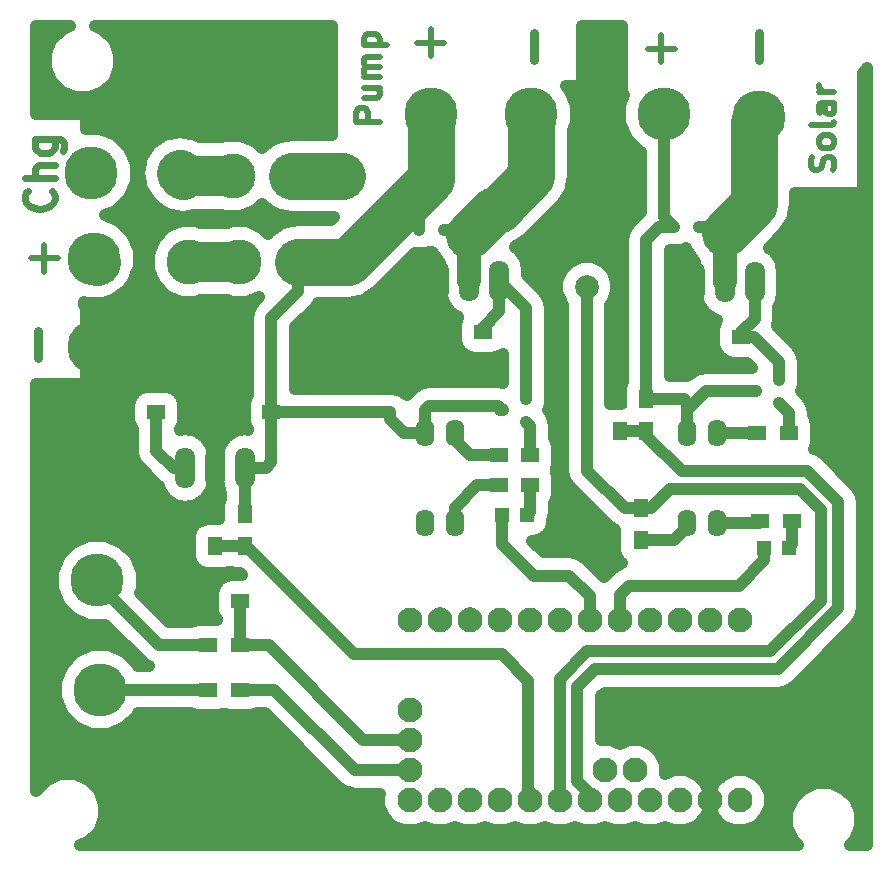
<source format=gbr>
G04 #@! TF.FileFunction,Copper,L1,Top,Signal*
%FSLAX46Y46*%
G04 Gerber Fmt 4.6, Leading zero omitted, Abs format (unit mm)*
G04 Created by KiCad (PCBNEW 4.0.6) date Tuesday, 04 April 2023 'PMt' 16:51:39*
%MOMM*%
%LPD*%
G01*
G04 APERTURE LIST*
%ADD10C,0.100000*%
%ADD11C,0.500000*%
%ADD12C,0.750000*%
%ADD13C,0.625000*%
%ADD14R,1.500000X1.250000*%
%ADD15R,1.198880X1.198880*%
%ADD16R,0.800000X0.900000*%
%ADD17C,3.800000*%
%ADD18R,3.000000X3.500000*%
%ADD19O,1.600000X2.300000*%
%ADD20R,0.900000X0.800000*%
%ADD21R,1.300000X1.500000*%
%ADD22R,1.500000X1.300000*%
%ADD23C,1.998980*%
%ADD24C,2.100000*%
%ADD25O,1.699260X3.500120*%
%ADD26C,4.500880*%
%ADD27C,1.000000*%
%ADD28C,4.000000*%
%ADD29C,2.000000*%
G04 APERTURE END LIST*
D10*
D11*
X53357143Y69035714D02*
X55642857Y69035714D01*
X54500000Y67892857D02*
X54500000Y70178571D01*
X33857143Y69535714D02*
X36142857Y69535714D01*
X35000000Y68392857D02*
X35000000Y70678571D01*
D12*
X43714286Y68107143D02*
X43714286Y70392857D01*
X62785714Y70392857D02*
X62785714Y68107143D01*
D11*
X69059524Y58726190D02*
X69154762Y59011905D01*
X69154762Y59488095D01*
X69059524Y59678571D01*
X68964286Y59773809D01*
X68773810Y59869048D01*
X68583333Y59869048D01*
X68392857Y59773809D01*
X68297619Y59678571D01*
X68202381Y59488095D01*
X68107143Y59107143D01*
X68011905Y58916667D01*
X67916667Y58821428D01*
X67726190Y58726190D01*
X67535714Y58726190D01*
X67345238Y58821428D01*
X67250000Y58916667D01*
X67154762Y59107143D01*
X67154762Y59583333D01*
X67250000Y59869048D01*
X69154762Y61011905D02*
X69059524Y60821429D01*
X68964286Y60726190D01*
X68773810Y60630952D01*
X68202381Y60630952D01*
X68011905Y60726190D01*
X67916667Y60821429D01*
X67821429Y61011905D01*
X67821429Y61297619D01*
X67916667Y61488095D01*
X68011905Y61583333D01*
X68202381Y61678571D01*
X68773810Y61678571D01*
X68964286Y61583333D01*
X69059524Y61488095D01*
X69154762Y61297619D01*
X69154762Y61011905D01*
X69154762Y62821429D02*
X69059524Y62630953D01*
X68869048Y62535714D01*
X67154762Y62535714D01*
X69154762Y64440476D02*
X68107143Y64440476D01*
X67916667Y64345238D01*
X67821429Y64154762D01*
X67821429Y63773810D01*
X67916667Y63583333D01*
X69059524Y64440476D02*
X69154762Y64250000D01*
X69154762Y63773810D01*
X69059524Y63583333D01*
X68869048Y63488095D01*
X68678571Y63488095D01*
X68488095Y63583333D01*
X68392857Y63773810D01*
X68392857Y64250000D01*
X68297619Y64440476D01*
X69154762Y65392857D02*
X67821429Y65392857D01*
X68202381Y65392857D02*
X68011905Y65488096D01*
X67916667Y65583334D01*
X67821429Y65773810D01*
X67821429Y65964286D01*
X30654762Y62833333D02*
X28654762Y62833333D01*
X28654762Y63595238D01*
X28750000Y63785714D01*
X28845238Y63880953D01*
X29035714Y63976191D01*
X29321429Y63976191D01*
X29511905Y63880953D01*
X29607143Y63785714D01*
X29702381Y63595238D01*
X29702381Y62833333D01*
X29321429Y65690476D02*
X30654762Y65690476D01*
X29321429Y64833333D02*
X30369048Y64833333D01*
X30559524Y64928572D01*
X30654762Y65119048D01*
X30654762Y65404762D01*
X30559524Y65595238D01*
X30464286Y65690476D01*
X30654762Y66642857D02*
X29321429Y66642857D01*
X29511905Y66642857D02*
X29416667Y66738096D01*
X29321429Y66928572D01*
X29321429Y67214286D01*
X29416667Y67404762D01*
X29607143Y67500000D01*
X30654762Y67500000D01*
X29607143Y67500000D02*
X29416667Y67595238D01*
X29321429Y67785715D01*
X29321429Y68071429D01*
X29416667Y68261905D01*
X29607143Y68357143D01*
X30654762Y68357143D01*
X29321429Y69309524D02*
X31321429Y69309524D01*
X29416667Y69309524D02*
X29321429Y69500001D01*
X29321429Y69880953D01*
X29416667Y70071429D01*
X29511905Y70166667D01*
X29702381Y70261905D01*
X30273810Y70261905D01*
X30464286Y70166667D01*
X30559524Y70071429D01*
X30654762Y69880953D01*
X30654762Y69500001D01*
X30559524Y69309524D01*
D13*
X2892857Y57011905D02*
X3011905Y56892857D01*
X3130952Y56535714D01*
X3130952Y56297619D01*
X3011905Y55940476D01*
X2773810Y55702381D01*
X2535714Y55583333D01*
X2059524Y55464285D01*
X1702381Y55464285D01*
X1226190Y55583333D01*
X988095Y55702381D01*
X750000Y55940476D01*
X630952Y56297619D01*
X630952Y56535714D01*
X750000Y56892857D01*
X869048Y57011905D01*
X3130952Y58083333D02*
X630952Y58083333D01*
X3130952Y59154762D02*
X1821429Y59154762D01*
X1583333Y59035714D01*
X1464286Y58797619D01*
X1464286Y58440476D01*
X1583333Y58202381D01*
X1702381Y58083333D01*
X1464286Y61416667D02*
X3488095Y61416667D01*
X3726190Y61297619D01*
X3845238Y61178571D01*
X3964286Y60940476D01*
X3964286Y60583333D01*
X3845238Y60345238D01*
X3011905Y61416667D02*
X3130952Y61178571D01*
X3130952Y60702381D01*
X3011905Y60464286D01*
X2892857Y60345238D01*
X2654762Y60226190D01*
X1940476Y60226190D01*
X1702381Y60345238D01*
X1583333Y60464286D01*
X1464286Y60702381D01*
X1464286Y61178571D01*
X1583333Y61416667D01*
D11*
X1107143Y51285714D02*
X3392857Y51285714D01*
X2250000Y50142857D02*
X2250000Y52428571D01*
D12*
X1714286Y42857143D02*
X1714286Y45142857D01*
D14*
X21500000Y38250000D03*
X19000000Y38250000D03*
X11750000Y38250000D03*
X14250000Y38250000D03*
D15*
X41030980Y29510000D03*
X43129020Y29510000D03*
D16*
X36119600Y53665400D03*
X34019600Y53665400D03*
D15*
X63200980Y26750000D03*
X65299020Y26750000D03*
D16*
X57684200Y53944800D03*
X55584200Y53944800D03*
D17*
X14000000Y58250000D03*
X18250000Y58250000D03*
X23250000Y58250000D03*
X27500000Y58250000D03*
D18*
X25400000Y58250000D03*
X16100000Y58250000D03*
D17*
X14500000Y51000000D03*
X18750000Y51000000D03*
X23750000Y51000000D03*
X28000000Y51000000D03*
D18*
X25900000Y51000000D03*
X16600000Y51000000D03*
D19*
X34460000Y28875000D03*
X37000000Y28875000D03*
X37000000Y36495000D03*
X34460000Y36495000D03*
X56685000Y28875000D03*
X59225000Y28875000D03*
X59225000Y36495000D03*
X56685000Y36495000D03*
D20*
X43080000Y37450000D03*
X43080000Y39350000D03*
X41080000Y38400000D03*
X64500000Y39050000D03*
X64500000Y40950000D03*
X62500000Y40000000D03*
D21*
X19250000Y26900000D03*
X19250000Y29600000D03*
X16750000Y29600000D03*
X16750000Y26900000D03*
X53250000Y36650000D03*
X53250000Y39350000D03*
X51000000Y39350000D03*
X51000000Y36650000D03*
D22*
X40730000Y32050000D03*
X43430000Y32050000D03*
D21*
X52750000Y30100000D03*
X52750000Y27400000D03*
D22*
X40730000Y34590000D03*
X43430000Y34590000D03*
X39416800Y45054800D03*
X36716800Y45054800D03*
X62900000Y29000000D03*
X65600000Y29000000D03*
X62650000Y36500000D03*
X65350000Y36500000D03*
X61286200Y44623000D03*
X58586200Y44623000D03*
D23*
X48201400Y48880040D03*
X48201400Y53881300D03*
D24*
X50970000Y5380000D03*
X56050000Y5380000D03*
X56050000Y20620000D03*
X48430000Y20620000D03*
X45890000Y20620000D03*
X43350000Y20620000D03*
X61130000Y5380000D03*
X58590000Y5380000D03*
X53510000Y5380000D03*
X48430000Y5380000D03*
X45890000Y5380000D03*
X43350000Y5380000D03*
X40810000Y5380000D03*
X38270000Y5380000D03*
X35730000Y5380000D03*
X33190000Y5380000D03*
X61130000Y20620000D03*
X58590000Y20620000D03*
X50970000Y20620000D03*
X40810000Y20620000D03*
X38270000Y20620000D03*
X35730000Y20620000D03*
X33190000Y20620000D03*
X33190000Y7920000D03*
X33190000Y10460000D03*
X33190000Y13000000D03*
X52240000Y7920000D03*
X49700000Y7920000D03*
X53510000Y20620000D03*
D25*
X38244600Y49372800D03*
X40784600Y49372800D03*
X35704600Y49372800D03*
X59860000Y49245800D03*
X62400000Y49245800D03*
X57320000Y49245800D03*
X16750000Y33500000D03*
X19290000Y33500000D03*
X14210000Y33500000D03*
D26*
X35000000Y63500000D03*
X43500000Y63500000D03*
X7000000Y14750000D03*
X6750000Y24000000D03*
X6250000Y58500000D03*
X6500000Y51250000D03*
X6500000Y43750000D03*
X54750000Y63500000D03*
X62750000Y63250000D03*
D22*
X18850000Y18500000D03*
X16150000Y18500000D03*
X16150000Y22250000D03*
X18850000Y22250000D03*
X18850000Y14750000D03*
X16150000Y14750000D03*
D27*
X35730000Y20620000D02*
X35730000Y21270000D01*
X38270000Y20620000D02*
X38270000Y21230000D01*
D28*
X35000000Y63500000D02*
X35000000Y58000000D01*
D27*
X25900000Y51000000D02*
X23750000Y51000000D01*
X35000000Y58000000D02*
X34019600Y57019600D01*
X34019600Y57019600D02*
X34019600Y53665400D01*
X23750000Y51000000D02*
X23750000Y48500000D01*
X21500000Y46250000D02*
X21500000Y38250000D01*
X23750000Y48500000D02*
X21500000Y46250000D01*
D28*
X28000000Y51000000D02*
X23750000Y51000000D01*
X35000000Y58000000D02*
X28000000Y51000000D01*
D27*
X19250000Y29600000D02*
X19250000Y33460000D01*
X19250000Y33460000D02*
X19290000Y33500000D01*
X21500000Y38250000D02*
X31539000Y38250000D01*
X31539000Y37638000D02*
X31539000Y38250000D01*
X32682000Y36495000D02*
X31539000Y37638000D01*
X34460000Y36495000D02*
X32682000Y36495000D01*
X21500000Y38250000D02*
X21500000Y34000000D01*
X21500000Y34000000D02*
X21000000Y33500000D01*
X21000000Y33500000D02*
X19290000Y33500000D01*
X34460000Y36495000D02*
X34460000Y38400000D01*
X40675002Y38804998D02*
X41080000Y38400000D01*
X34864998Y38804998D02*
X40675002Y38804998D01*
X34460000Y38400000D02*
X34864998Y38804998D01*
X41080000Y38400000D02*
X40810000Y38400000D01*
X41030980Y29510000D02*
X41030980Y27104620D01*
X48430000Y22652000D02*
X48430000Y20620000D01*
X46702800Y24379200D02*
X48430000Y22652000D01*
X43756400Y24379200D02*
X46702800Y24379200D01*
X41030980Y27104620D02*
X43756400Y24379200D01*
X43430000Y32050000D02*
X43430000Y29810980D01*
X43430000Y29810980D02*
X43129020Y29510000D01*
D28*
X40349000Y55388800D02*
X40638800Y55388800D01*
X43500000Y58250000D02*
X43500000Y63500000D01*
X40638800Y55388800D02*
X43500000Y58250000D01*
X40349000Y55388800D02*
X38244600Y53284400D01*
D29*
X38244600Y49372800D02*
X38244600Y53284400D01*
X38244600Y53284400D02*
X40349000Y55388800D01*
D27*
X37863600Y53665400D02*
X37863600Y49753800D01*
X37863600Y49753800D02*
X38244600Y49372800D01*
X36119600Y53665400D02*
X37863600Y53665400D01*
X63200980Y26750000D02*
X63200980Y25700980D01*
X61066400Y23566400D02*
X51732000Y23566400D01*
X51732000Y23566400D02*
X50970000Y22804400D01*
X50970000Y22804400D02*
X50970000Y20620000D01*
X63200980Y25700980D02*
X61066400Y23566400D01*
X65600000Y29000000D02*
X65600000Y27050980D01*
X65600000Y27050980D02*
X65299020Y26750000D01*
D28*
X62320000Y55871400D02*
X62320000Y62820000D01*
X62320000Y62820000D02*
X62750000Y63250000D01*
X62320000Y55871400D02*
X59860000Y53411400D01*
D29*
X59860000Y49245800D02*
X59860000Y53411400D01*
X59860000Y53411400D02*
X62320000Y55871400D01*
D27*
X57684200Y53944800D02*
X60393400Y53944800D01*
X60393400Y53944800D02*
X62320000Y55871400D01*
X57684200Y53944800D02*
X59098000Y53944800D01*
X59860000Y53182800D02*
X59860000Y49245800D01*
X59098000Y53944800D02*
X59860000Y53182800D01*
X25400000Y58250000D02*
X27500000Y58250000D01*
X54750000Y63500000D02*
X54750000Y54779000D01*
X54750000Y54779000D02*
X55584200Y53944800D01*
D28*
X23250000Y58250000D02*
X27500000Y58250000D01*
D27*
X53250000Y39350000D02*
X53250000Y52846600D01*
X53250000Y52846600D02*
X54348200Y53944800D01*
X54348200Y53944800D02*
X55584200Y53944800D01*
X56685000Y36495000D02*
X56685000Y39065000D01*
X56400000Y39350000D02*
X53250000Y39350000D01*
X56685000Y39065000D02*
X56400000Y39350000D01*
X62500000Y40000000D02*
X58250000Y40000000D01*
X56685000Y38435000D02*
X56685000Y36495000D01*
X58250000Y40000000D02*
X56685000Y38435000D01*
X16100000Y58250000D02*
X14000000Y58250000D01*
D28*
X13750000Y58500000D02*
X14000000Y58250000D01*
D27*
X16600000Y51000000D02*
X18750000Y51000000D01*
D28*
X6750000Y51000000D02*
X6500000Y51250000D01*
D27*
X40730000Y32050000D02*
X38905000Y32050000D01*
X37000000Y30145000D02*
X37000000Y28875000D01*
X38905000Y32050000D02*
X37000000Y30145000D01*
X40730000Y34590000D02*
X38270000Y34590000D01*
X38270000Y34590000D02*
X37000000Y35860000D01*
X37000000Y35860000D02*
X37000000Y36495000D01*
X59225000Y28875000D02*
X62775000Y28875000D01*
X62775000Y28875000D02*
X62900000Y29000000D01*
X62650000Y36500000D02*
X59230000Y36500000D01*
X59230000Y36500000D02*
X59225000Y36495000D01*
X43430000Y34590000D02*
X43430000Y37100000D01*
X43430000Y37100000D02*
X43080000Y37450000D01*
X39416800Y45054800D02*
X39416800Y45414200D01*
X39416800Y45414200D02*
X40784600Y46782000D01*
X40784600Y46782000D02*
X40784600Y49372800D01*
X43080000Y39350000D02*
X43080000Y47077400D01*
X43080000Y47077400D02*
X40784600Y49372800D01*
X65350000Y36500000D02*
X65350000Y38200000D01*
X65350000Y38200000D02*
X64500000Y39050000D01*
X64500000Y40950000D02*
X64500000Y42500000D01*
X62377000Y44623000D02*
X61286200Y44623000D01*
X64500000Y42500000D02*
X62377000Y44623000D01*
X61286200Y44623000D02*
X61286200Y45058600D01*
X61286200Y45058600D02*
X62400000Y46172400D01*
X62400000Y46172400D02*
X62400000Y49245800D01*
X16750000Y29600000D02*
X14600000Y29600000D01*
X14000000Y24400000D02*
X16150000Y22250000D01*
X14000000Y29000000D02*
X14000000Y24400000D01*
X14600000Y29600000D02*
X14000000Y29000000D01*
X6500000Y43750000D02*
X14750000Y43750000D01*
X16750000Y41750000D02*
X16750000Y38000000D01*
X14750000Y43750000D02*
X16750000Y41750000D01*
X16750000Y29600000D02*
X16750000Y33500000D01*
X51000000Y39350000D02*
X51000000Y52750000D01*
X49868700Y53881300D02*
X48201400Y53881300D01*
X51000000Y52750000D02*
X49868700Y53881300D01*
X57320000Y49245800D02*
X57320000Y45889200D01*
X57320000Y45889200D02*
X58586200Y44623000D01*
X16750000Y38000000D02*
X14500000Y38000000D01*
X14500000Y38000000D02*
X14250000Y38250000D01*
X16750000Y33500000D02*
X16750000Y38000000D01*
X17000000Y38250000D02*
X19000000Y38250000D01*
X16750000Y38000000D02*
X17000000Y38250000D01*
X35704600Y49372800D02*
X35704600Y46067000D01*
X35704600Y46067000D02*
X36716800Y45054800D01*
X19250000Y26900000D02*
X19350000Y26900000D01*
X19350000Y26900000D02*
X28500000Y17750000D01*
X43250000Y15500000D02*
X43250000Y5480000D01*
X41000000Y17750000D02*
X43250000Y15500000D01*
X28500000Y17750000D02*
X41000000Y17750000D01*
X43250000Y5480000D02*
X43350000Y5380000D01*
X16750000Y26900000D02*
X19250000Y26900000D01*
X48430000Y5380000D02*
X48430000Y5960002D01*
X48430000Y5960002D02*
X47390002Y7000000D01*
X47390002Y7000000D02*
X47390002Y15018678D01*
X47390002Y15018678D02*
X48871322Y16499998D01*
X48871322Y16499998D02*
X64371322Y16499998D01*
X64371322Y16499998D02*
X69500002Y21628678D01*
X69500002Y21628678D02*
X69500002Y30621322D01*
X69500002Y30621322D02*
X66871322Y33250002D01*
X66871322Y33250002D02*
X56249998Y33250002D01*
X56249998Y33250002D02*
X53250000Y36250000D01*
X53250000Y36650000D02*
X53250000Y36250000D01*
X53250000Y36650000D02*
X51000000Y36650000D01*
X45890000Y5380000D02*
X45890000Y15640000D01*
X68000000Y30000000D02*
X66250000Y31750000D01*
X68000000Y22250000D02*
X68000000Y30000000D01*
X63750000Y18000000D02*
X68000000Y22250000D01*
X48250000Y18000000D02*
X63750000Y18000000D01*
X45890000Y15640000D02*
X48250000Y18000000D01*
X52750000Y30100000D02*
X53600000Y30100000D01*
X55250000Y31750000D02*
X66250000Y31750000D01*
X53600000Y30100000D02*
X55250000Y31750000D01*
X52750000Y30100000D02*
X51400000Y30100000D01*
X51400000Y30100000D02*
X48201400Y33298600D01*
X48201400Y48880040D02*
X48201400Y33298600D01*
X11750000Y38250000D02*
X11750000Y35000000D01*
X13250000Y33500000D02*
X14210000Y33500000D01*
X11750000Y35000000D02*
X13250000Y33500000D01*
X52750000Y27400000D02*
X55600000Y27400000D01*
X55600000Y27400000D02*
X56685000Y28485000D01*
X56685000Y28485000D02*
X56685000Y28875000D01*
X7000000Y14750000D02*
X16150000Y14750000D01*
X16150000Y18500000D02*
X12000000Y18500000D01*
X12000000Y18500000D02*
X6750000Y23750000D01*
X6750000Y23750000D02*
X6750000Y24000000D01*
X18850000Y18500000D02*
X21250000Y18500000D01*
X29290000Y10460000D02*
X33190000Y10460000D01*
X21250000Y18500000D02*
X29290000Y10460000D01*
X18850000Y18500000D02*
X18850000Y22250000D01*
X33190000Y7920000D02*
X28580000Y7920000D01*
X21750000Y14750000D02*
X18850000Y14750000D01*
X28580000Y7920000D02*
X21750000Y14750000D01*
G36*
X3746285Y70629585D02*
X2873480Y69758302D01*
X2400539Y68619333D01*
X2399463Y67386077D01*
X2870415Y66246285D01*
X3741698Y65373480D01*
X4880667Y64900539D01*
X6113923Y64899463D01*
X7253715Y65370415D01*
X8126520Y66241698D01*
X8599461Y67380667D01*
X8600537Y68613923D01*
X8129585Y69753715D01*
X7258302Y70626520D01*
X6539482Y70925000D01*
X26600000Y70925000D01*
X26600000Y61750000D01*
X23250000Y61750000D01*
X22749470Y61650438D01*
X22576665Y61650589D01*
X22415549Y61584017D01*
X21910608Y61483578D01*
X21486276Y61200049D01*
X21326571Y61134060D01*
X21203198Y61010902D01*
X20775126Y60724874D01*
X20698322Y60609929D01*
X20178460Y61130699D01*
X18929269Y61649409D01*
X17576665Y61650589D01*
X17283332Y61529386D01*
X15394987Y61529386D01*
X15089392Y61733578D01*
X13750000Y62000000D01*
X12410608Y61733578D01*
X11275126Y60974874D01*
X10516422Y59839392D01*
X10250000Y58500000D01*
X10516422Y57160608D01*
X11275126Y56025126D01*
X11525126Y55775127D01*
X11949455Y55491599D01*
X12071540Y55369301D01*
X12232540Y55302448D01*
X12660608Y55016422D01*
X13161136Y54916861D01*
X13320731Y54850591D01*
X13495060Y54850439D01*
X14000000Y54750000D01*
X14500530Y54849562D01*
X14673335Y54849411D01*
X14834452Y54915983D01*
X15109099Y54970614D01*
X17281684Y54970614D01*
X17570731Y54850591D01*
X18923335Y54849411D01*
X20173429Y55365940D01*
X20698384Y55889979D01*
X20775126Y55775126D01*
X21199457Y55491597D01*
X21321540Y55369301D01*
X21482539Y55302448D01*
X21910608Y55016422D01*
X22411136Y54916861D01*
X22570731Y54850591D01*
X22745060Y54850439D01*
X23250000Y54750000D01*
X26800252Y54750000D01*
X26550252Y54500000D01*
X23750000Y54500000D01*
X23249470Y54400438D01*
X23076665Y54400589D01*
X22915549Y54334017D01*
X22410608Y54233578D01*
X21986276Y53950049D01*
X21826571Y53884060D01*
X21703198Y53760902D01*
X21275126Y53474874D01*
X21198322Y53359929D01*
X20678460Y53880699D01*
X19429269Y54399409D01*
X18076665Y54400589D01*
X17783332Y54279386D01*
X15468316Y54279386D01*
X15179269Y54399409D01*
X13826665Y54400589D01*
X12576571Y53884060D01*
X11619301Y52928460D01*
X11100591Y51679269D01*
X11099411Y50326665D01*
X11615940Y49076571D01*
X12571540Y48119301D01*
X13820731Y47600591D01*
X15173335Y47599411D01*
X15466668Y47720614D01*
X17781684Y47720614D01*
X18070731Y47600591D01*
X19423335Y47599411D01*
X20441808Y48020236D01*
X20085786Y47664214D01*
X19652241Y47015367D01*
X19499999Y46250000D01*
X19500000Y46249995D01*
X19500000Y39702563D01*
X19341108Y39470017D01*
X19220614Y38875000D01*
X19220614Y37625000D01*
X19325207Y37069133D01*
X19500000Y36797497D01*
X19500000Y36771960D01*
X19290000Y36813732D01*
X18390836Y36634877D01*
X17628561Y36125541D01*
X17119225Y35363266D01*
X16940370Y34464102D01*
X16940370Y32535898D01*
X17119225Y31636734D01*
X17250000Y31441015D01*
X17250000Y31031208D01*
X17191108Y30945017D01*
X17070614Y30350000D01*
X17070614Y29179386D01*
X16100000Y29179386D01*
X15544133Y29074793D01*
X15033604Y28746276D01*
X14691108Y28245017D01*
X14570614Y27650000D01*
X14570614Y26150000D01*
X14675207Y25594133D01*
X15003724Y25083604D01*
X15504983Y24741108D01*
X16100000Y24620614D01*
X17400000Y24620614D01*
X17955867Y24725207D01*
X17993146Y24749196D01*
X18004983Y24741108D01*
X18600000Y24620614D01*
X18800958Y24620614D01*
X18992186Y24429386D01*
X18100000Y24429386D01*
X17544133Y24324793D01*
X17033604Y23996276D01*
X16691108Y23495017D01*
X16570614Y22900000D01*
X16570614Y21600000D01*
X16675207Y21044133D01*
X16850000Y20772497D01*
X16850000Y20679386D01*
X15400000Y20679386D01*
X14844133Y20574793D01*
X14727902Y20500000D01*
X12828427Y20500000D01*
X10375947Y22952480D01*
X10499787Y23250719D01*
X10501089Y24742736D01*
X9931322Y26121678D01*
X8877227Y27177614D01*
X7499281Y27749787D01*
X6007264Y27751089D01*
X4628322Y27181322D01*
X3572386Y26127227D01*
X3000213Y24749281D01*
X2998911Y23257264D01*
X3568678Y21878322D01*
X4622773Y20822386D01*
X6000719Y20250213D01*
X7422600Y20248972D01*
X10585784Y17085789D01*
X10585786Y17085786D01*
X11082753Y16753724D01*
X11088326Y16750000D01*
X10231598Y16750000D01*
X10181322Y16871678D01*
X9127227Y17927614D01*
X7749281Y18499787D01*
X6257264Y18501089D01*
X4878322Y17931322D01*
X3822386Y16877227D01*
X3250213Y15499281D01*
X3248911Y14007264D01*
X3818678Y12628322D01*
X4872773Y11572386D01*
X6250719Y11000213D01*
X7742736Y10998911D01*
X9121678Y11568678D01*
X10177614Y12622773D01*
X10230443Y12750000D01*
X14718792Y12750000D01*
X14804983Y12691108D01*
X15400000Y12570614D01*
X16900000Y12570614D01*
X17455867Y12675207D01*
X17493146Y12699196D01*
X17504983Y12691108D01*
X18100000Y12570614D01*
X19600000Y12570614D01*
X20155867Y12675207D01*
X20272098Y12750000D01*
X20921572Y12750000D01*
X27165784Y6505789D01*
X27165786Y6505786D01*
X27814633Y6072241D01*
X27941616Y6046982D01*
X28580000Y5919999D01*
X28580005Y5920000D01*
X30653129Y5920000D01*
X30640444Y5889452D01*
X30639559Y4874999D01*
X31026955Y3937428D01*
X31743655Y3219476D01*
X32680548Y2830444D01*
X33695001Y2829559D01*
X34460726Y3145950D01*
X35220548Y2830444D01*
X36235001Y2829559D01*
X37000726Y3145950D01*
X37760548Y2830444D01*
X38775001Y2829559D01*
X39540726Y3145950D01*
X40300548Y2830444D01*
X41315001Y2829559D01*
X42080726Y3145950D01*
X42840548Y2830444D01*
X43855001Y2829559D01*
X44620726Y3145950D01*
X45380548Y2830444D01*
X46395001Y2829559D01*
X47160726Y3145950D01*
X47920548Y2830444D01*
X48935001Y2829559D01*
X49700726Y3145950D01*
X50460548Y2830444D01*
X51475001Y2829559D01*
X52240726Y3145950D01*
X53000548Y2830444D01*
X54015001Y2829559D01*
X54780726Y3145950D01*
X55540548Y2830444D01*
X56555001Y2829559D01*
X57492572Y3216955D01*
X58210524Y3933655D01*
X58590455Y4848630D01*
X58966955Y3937428D01*
X59683655Y3219476D01*
X60620548Y2830444D01*
X61635001Y2829559D01*
X62572572Y3216955D01*
X63290524Y3933655D01*
X63679556Y4870548D01*
X63680441Y5885001D01*
X63293045Y6822572D01*
X62576345Y7540524D01*
X61639452Y7929556D01*
X60624999Y7930441D01*
X59687428Y7543045D01*
X58969476Y6826345D01*
X58589545Y5911370D01*
X58213045Y6822572D01*
X57496345Y7540524D01*
X56559452Y7929556D01*
X55544999Y7930441D01*
X54789737Y7618374D01*
X54790441Y8425001D01*
X54403045Y9362572D01*
X53686345Y10080524D01*
X52749452Y10469556D01*
X51734999Y10470441D01*
X50969274Y10154050D01*
X50209452Y10469556D01*
X49390002Y10470271D01*
X49390002Y14190250D01*
X49699749Y14499998D01*
X64371317Y14499998D01*
X64371322Y14499997D01*
X65136689Y14652239D01*
X65785536Y15085784D01*
X70914213Y20214462D01*
X70914216Y20214464D01*
X71347761Y20863311D01*
X71500003Y21628678D01*
X71500002Y21628683D01*
X71500002Y30621317D01*
X71500003Y30621322D01*
X71347761Y31386689D01*
X71327911Y31416396D01*
X70914216Y32035536D01*
X70914213Y32035538D01*
X68285536Y34664216D01*
X67636689Y35097761D01*
X67429611Y35138952D01*
X67508892Y35254983D01*
X67629386Y35850000D01*
X67629386Y37150000D01*
X67524793Y37705867D01*
X67350000Y37977503D01*
X67350000Y38199995D01*
X67350001Y38200000D01*
X67197759Y38965366D01*
X67197759Y38965367D01*
X66764214Y39614214D01*
X66764211Y39614216D01*
X66375310Y40003117D01*
X66374793Y40005867D01*
X66370536Y40012483D01*
X66479386Y40550000D01*
X66479386Y40846366D01*
X66500000Y40950000D01*
X66500000Y42500000D01*
X66347759Y43265367D01*
X65914214Y43914214D01*
X65914211Y43914216D01*
X64276567Y45551861D01*
X64400001Y46172400D01*
X64400000Y46172405D01*
X64400000Y47126951D01*
X64570775Y47382534D01*
X64749630Y48281698D01*
X64749630Y50209902D01*
X64570775Y51109066D01*
X64061439Y51871341D01*
X63586819Y52188472D01*
X64794871Y53396524D01*
X64794874Y53396526D01*
X65553578Y54532008D01*
X65820000Y55871400D01*
X65820000Y56845238D01*
X71600000Y56845238D01*
X71600000Y66965660D01*
X71876520Y67241698D01*
X71925000Y67358451D01*
X71925000Y1575000D01*
X70459094Y1575000D01*
X70876520Y1991698D01*
X71349461Y3130667D01*
X71350537Y4363923D01*
X70879585Y5503715D01*
X70008302Y6376520D01*
X68869333Y6849461D01*
X67636077Y6850537D01*
X66496285Y6379585D01*
X65623480Y5508302D01*
X65150539Y4369333D01*
X65149463Y3136077D01*
X65620415Y1996285D01*
X66040965Y1575000D01*
X5288755Y1575000D01*
X6003715Y1870415D01*
X6876520Y2741698D01*
X7349461Y3880667D01*
X7350537Y5113923D01*
X6879585Y6253715D01*
X6008302Y7126520D01*
X4869333Y7599461D01*
X3636077Y7600537D01*
X2496285Y7129585D01*
X1623480Y6258302D01*
X1575000Y6141549D01*
X1575000Y38875000D01*
X9470614Y38875000D01*
X9470614Y37625000D01*
X9575207Y37069133D01*
X9750000Y36797497D01*
X9750000Y35000005D01*
X9749999Y35000000D01*
X9902241Y34234633D01*
X10335786Y33585786D01*
X11835784Y32085789D01*
X11835786Y32085786D01*
X11967395Y31997848D01*
X12039225Y31636734D01*
X12548561Y30874459D01*
X13310836Y30365123D01*
X14210000Y30186268D01*
X15109164Y30365123D01*
X15871439Y30874459D01*
X16380775Y31636734D01*
X16559630Y32535898D01*
X16559630Y34464102D01*
X16380775Y35363266D01*
X15871439Y36125541D01*
X15109164Y36634877D01*
X14210000Y36813732D01*
X13750000Y36722232D01*
X13750000Y36797437D01*
X13908892Y37029983D01*
X14029386Y37625000D01*
X14029386Y38875000D01*
X13924793Y39430867D01*
X13596276Y39941396D01*
X13095017Y40283892D01*
X12500000Y40404386D01*
X11000000Y40404386D01*
X10444133Y40299793D01*
X9933604Y39971276D01*
X9591108Y39470017D01*
X9470614Y38875000D01*
X1575000Y38875000D01*
X1575000Y40642857D01*
X5775000Y40642857D01*
X5775000Y47357143D01*
X5607143Y47357143D01*
X5607143Y47559831D01*
X5750719Y47500213D01*
X7242736Y47498911D01*
X7705220Y47690006D01*
X8089391Y47766422D01*
X8412229Y47982135D01*
X8621678Y48068678D01*
X8783479Y48230197D01*
X9224873Y48525127D01*
X9517227Y48962666D01*
X9677614Y49122773D01*
X9765287Y49333914D01*
X9983578Y49660609D01*
X10059562Y50042607D01*
X10249787Y50500719D01*
X10251089Y51992736D01*
X9681322Y53371678D01*
X8627227Y54427614D01*
X7424159Y54927171D01*
X8371678Y55318678D01*
X9427614Y56372773D01*
X9999787Y57750719D01*
X10001089Y59242736D01*
X9431322Y60621678D01*
X8377227Y61677614D01*
X6999281Y62249787D01*
X5812500Y62250823D01*
X5812500Y63511905D01*
X1575000Y63511905D01*
X1575000Y70925000D01*
X4461245Y70925000D01*
X3746285Y70629585D01*
X3746285Y70629585D01*
G37*
X3746285Y70629585D02*
X2873480Y69758302D01*
X2400539Y68619333D01*
X2399463Y67386077D01*
X2870415Y66246285D01*
X3741698Y65373480D01*
X4880667Y64900539D01*
X6113923Y64899463D01*
X7253715Y65370415D01*
X8126520Y66241698D01*
X8599461Y67380667D01*
X8600537Y68613923D01*
X8129585Y69753715D01*
X7258302Y70626520D01*
X6539482Y70925000D01*
X26600000Y70925000D01*
X26600000Y61750000D01*
X23250000Y61750000D01*
X22749470Y61650438D01*
X22576665Y61650589D01*
X22415549Y61584017D01*
X21910608Y61483578D01*
X21486276Y61200049D01*
X21326571Y61134060D01*
X21203198Y61010902D01*
X20775126Y60724874D01*
X20698322Y60609929D01*
X20178460Y61130699D01*
X18929269Y61649409D01*
X17576665Y61650589D01*
X17283332Y61529386D01*
X15394987Y61529386D01*
X15089392Y61733578D01*
X13750000Y62000000D01*
X12410608Y61733578D01*
X11275126Y60974874D01*
X10516422Y59839392D01*
X10250000Y58500000D01*
X10516422Y57160608D01*
X11275126Y56025126D01*
X11525126Y55775127D01*
X11949455Y55491599D01*
X12071540Y55369301D01*
X12232540Y55302448D01*
X12660608Y55016422D01*
X13161136Y54916861D01*
X13320731Y54850591D01*
X13495060Y54850439D01*
X14000000Y54750000D01*
X14500530Y54849562D01*
X14673335Y54849411D01*
X14834452Y54915983D01*
X15109099Y54970614D01*
X17281684Y54970614D01*
X17570731Y54850591D01*
X18923335Y54849411D01*
X20173429Y55365940D01*
X20698384Y55889979D01*
X20775126Y55775126D01*
X21199457Y55491597D01*
X21321540Y55369301D01*
X21482539Y55302448D01*
X21910608Y55016422D01*
X22411136Y54916861D01*
X22570731Y54850591D01*
X22745060Y54850439D01*
X23250000Y54750000D01*
X26800252Y54750000D01*
X26550252Y54500000D01*
X23750000Y54500000D01*
X23249470Y54400438D01*
X23076665Y54400589D01*
X22915549Y54334017D01*
X22410608Y54233578D01*
X21986276Y53950049D01*
X21826571Y53884060D01*
X21703198Y53760902D01*
X21275126Y53474874D01*
X21198322Y53359929D01*
X20678460Y53880699D01*
X19429269Y54399409D01*
X18076665Y54400589D01*
X17783332Y54279386D01*
X15468316Y54279386D01*
X15179269Y54399409D01*
X13826665Y54400589D01*
X12576571Y53884060D01*
X11619301Y52928460D01*
X11100591Y51679269D01*
X11099411Y50326665D01*
X11615940Y49076571D01*
X12571540Y48119301D01*
X13820731Y47600591D01*
X15173335Y47599411D01*
X15466668Y47720614D01*
X17781684Y47720614D01*
X18070731Y47600591D01*
X19423335Y47599411D01*
X20441808Y48020236D01*
X20085786Y47664214D01*
X19652241Y47015367D01*
X19499999Y46250000D01*
X19500000Y46249995D01*
X19500000Y39702563D01*
X19341108Y39470017D01*
X19220614Y38875000D01*
X19220614Y37625000D01*
X19325207Y37069133D01*
X19500000Y36797497D01*
X19500000Y36771960D01*
X19290000Y36813732D01*
X18390836Y36634877D01*
X17628561Y36125541D01*
X17119225Y35363266D01*
X16940370Y34464102D01*
X16940370Y32535898D01*
X17119225Y31636734D01*
X17250000Y31441015D01*
X17250000Y31031208D01*
X17191108Y30945017D01*
X17070614Y30350000D01*
X17070614Y29179386D01*
X16100000Y29179386D01*
X15544133Y29074793D01*
X15033604Y28746276D01*
X14691108Y28245017D01*
X14570614Y27650000D01*
X14570614Y26150000D01*
X14675207Y25594133D01*
X15003724Y25083604D01*
X15504983Y24741108D01*
X16100000Y24620614D01*
X17400000Y24620614D01*
X17955867Y24725207D01*
X17993146Y24749196D01*
X18004983Y24741108D01*
X18600000Y24620614D01*
X18800958Y24620614D01*
X18992186Y24429386D01*
X18100000Y24429386D01*
X17544133Y24324793D01*
X17033604Y23996276D01*
X16691108Y23495017D01*
X16570614Y22900000D01*
X16570614Y21600000D01*
X16675207Y21044133D01*
X16850000Y20772497D01*
X16850000Y20679386D01*
X15400000Y20679386D01*
X14844133Y20574793D01*
X14727902Y20500000D01*
X12828427Y20500000D01*
X10375947Y22952480D01*
X10499787Y23250719D01*
X10501089Y24742736D01*
X9931322Y26121678D01*
X8877227Y27177614D01*
X7499281Y27749787D01*
X6007264Y27751089D01*
X4628322Y27181322D01*
X3572386Y26127227D01*
X3000213Y24749281D01*
X2998911Y23257264D01*
X3568678Y21878322D01*
X4622773Y20822386D01*
X6000719Y20250213D01*
X7422600Y20248972D01*
X10585784Y17085789D01*
X10585786Y17085786D01*
X11082753Y16753724D01*
X11088326Y16750000D01*
X10231598Y16750000D01*
X10181322Y16871678D01*
X9127227Y17927614D01*
X7749281Y18499787D01*
X6257264Y18501089D01*
X4878322Y17931322D01*
X3822386Y16877227D01*
X3250213Y15499281D01*
X3248911Y14007264D01*
X3818678Y12628322D01*
X4872773Y11572386D01*
X6250719Y11000213D01*
X7742736Y10998911D01*
X9121678Y11568678D01*
X10177614Y12622773D01*
X10230443Y12750000D01*
X14718792Y12750000D01*
X14804983Y12691108D01*
X15400000Y12570614D01*
X16900000Y12570614D01*
X17455867Y12675207D01*
X17493146Y12699196D01*
X17504983Y12691108D01*
X18100000Y12570614D01*
X19600000Y12570614D01*
X20155867Y12675207D01*
X20272098Y12750000D01*
X20921572Y12750000D01*
X27165784Y6505789D01*
X27165786Y6505786D01*
X27814633Y6072241D01*
X27941616Y6046982D01*
X28580000Y5919999D01*
X28580005Y5920000D01*
X30653129Y5920000D01*
X30640444Y5889452D01*
X30639559Y4874999D01*
X31026955Y3937428D01*
X31743655Y3219476D01*
X32680548Y2830444D01*
X33695001Y2829559D01*
X34460726Y3145950D01*
X35220548Y2830444D01*
X36235001Y2829559D01*
X37000726Y3145950D01*
X37760548Y2830444D01*
X38775001Y2829559D01*
X39540726Y3145950D01*
X40300548Y2830444D01*
X41315001Y2829559D01*
X42080726Y3145950D01*
X42840548Y2830444D01*
X43855001Y2829559D01*
X44620726Y3145950D01*
X45380548Y2830444D01*
X46395001Y2829559D01*
X47160726Y3145950D01*
X47920548Y2830444D01*
X48935001Y2829559D01*
X49700726Y3145950D01*
X50460548Y2830444D01*
X51475001Y2829559D01*
X52240726Y3145950D01*
X53000548Y2830444D01*
X54015001Y2829559D01*
X54780726Y3145950D01*
X55540548Y2830444D01*
X56555001Y2829559D01*
X57492572Y3216955D01*
X58210524Y3933655D01*
X58590455Y4848630D01*
X58966955Y3937428D01*
X59683655Y3219476D01*
X60620548Y2830444D01*
X61635001Y2829559D01*
X62572572Y3216955D01*
X63290524Y3933655D01*
X63679556Y4870548D01*
X63680441Y5885001D01*
X63293045Y6822572D01*
X62576345Y7540524D01*
X61639452Y7929556D01*
X60624999Y7930441D01*
X59687428Y7543045D01*
X58969476Y6826345D01*
X58589545Y5911370D01*
X58213045Y6822572D01*
X57496345Y7540524D01*
X56559452Y7929556D01*
X55544999Y7930441D01*
X54789737Y7618374D01*
X54790441Y8425001D01*
X54403045Y9362572D01*
X53686345Y10080524D01*
X52749452Y10469556D01*
X51734999Y10470441D01*
X50969274Y10154050D01*
X50209452Y10469556D01*
X49390002Y10470271D01*
X49390002Y14190250D01*
X49699749Y14499998D01*
X64371317Y14499998D01*
X64371322Y14499997D01*
X65136689Y14652239D01*
X65785536Y15085784D01*
X70914213Y20214462D01*
X70914216Y20214464D01*
X71347761Y20863311D01*
X71500003Y21628678D01*
X71500002Y21628683D01*
X71500002Y30621317D01*
X71500003Y30621322D01*
X71347761Y31386689D01*
X71327911Y31416396D01*
X70914216Y32035536D01*
X70914213Y32035538D01*
X68285536Y34664216D01*
X67636689Y35097761D01*
X67429611Y35138952D01*
X67508892Y35254983D01*
X67629386Y35850000D01*
X67629386Y37150000D01*
X67524793Y37705867D01*
X67350000Y37977503D01*
X67350000Y38199995D01*
X67350001Y38200000D01*
X67197759Y38965366D01*
X67197759Y38965367D01*
X66764214Y39614214D01*
X66764211Y39614216D01*
X66375310Y40003117D01*
X66374793Y40005867D01*
X66370536Y40012483D01*
X66479386Y40550000D01*
X66479386Y40846366D01*
X66500000Y40950000D01*
X66500000Y42500000D01*
X66347759Y43265367D01*
X65914214Y43914214D01*
X65914211Y43914216D01*
X64276567Y45551861D01*
X64400001Y46172400D01*
X64400000Y46172405D01*
X64400000Y47126951D01*
X64570775Y47382534D01*
X64749630Y48281698D01*
X64749630Y50209902D01*
X64570775Y51109066D01*
X64061439Y51871341D01*
X63586819Y52188472D01*
X64794871Y53396524D01*
X64794874Y53396526D01*
X65553578Y54532008D01*
X65820000Y55871400D01*
X65820000Y56845238D01*
X71600000Y56845238D01*
X71600000Y66965660D01*
X71876520Y67241698D01*
X71925000Y67358451D01*
X71925000Y1575000D01*
X70459094Y1575000D01*
X70876520Y1991698D01*
X71349461Y3130667D01*
X71350537Y4363923D01*
X70879585Y5503715D01*
X70008302Y6376520D01*
X68869333Y6849461D01*
X67636077Y6850537D01*
X66496285Y6379585D01*
X65623480Y5508302D01*
X65150539Y4369333D01*
X65149463Y3136077D01*
X65620415Y1996285D01*
X66040965Y1575000D01*
X5288755Y1575000D01*
X6003715Y1870415D01*
X6876520Y2741698D01*
X7349461Y3880667D01*
X7350537Y5113923D01*
X6879585Y6253715D01*
X6008302Y7126520D01*
X4869333Y7599461D01*
X3636077Y7600537D01*
X2496285Y7129585D01*
X1623480Y6258302D01*
X1575000Y6141549D01*
X1575000Y38875000D01*
X9470614Y38875000D01*
X9470614Y37625000D01*
X9575207Y37069133D01*
X9750000Y36797497D01*
X9750000Y35000005D01*
X9749999Y35000000D01*
X9902241Y34234633D01*
X10335786Y33585786D01*
X11835784Y32085789D01*
X11835786Y32085786D01*
X11967395Y31997848D01*
X12039225Y31636734D01*
X12548561Y30874459D01*
X13310836Y30365123D01*
X14210000Y30186268D01*
X15109164Y30365123D01*
X15871439Y30874459D01*
X16380775Y31636734D01*
X16559630Y32535898D01*
X16559630Y34464102D01*
X16380775Y35363266D01*
X15871439Y36125541D01*
X15109164Y36634877D01*
X14210000Y36813732D01*
X13750000Y36722232D01*
X13750000Y36797437D01*
X13908892Y37029983D01*
X14029386Y37625000D01*
X14029386Y38875000D01*
X13924793Y39430867D01*
X13596276Y39941396D01*
X13095017Y40283892D01*
X12500000Y40404386D01*
X11000000Y40404386D01*
X10444133Y40299793D01*
X9933604Y39971276D01*
X9591108Y39470017D01*
X9470614Y38875000D01*
X1575000Y38875000D01*
X1575000Y40642857D01*
X5775000Y40642857D01*
X5775000Y47357143D01*
X5607143Y47357143D01*
X5607143Y47559831D01*
X5750719Y47500213D01*
X7242736Y47498911D01*
X7705220Y47690006D01*
X8089391Y47766422D01*
X8412229Y47982135D01*
X8621678Y48068678D01*
X8783479Y48230197D01*
X9224873Y48525127D01*
X9517227Y48962666D01*
X9677614Y49122773D01*
X9765287Y49333914D01*
X9983578Y49660609D01*
X10059562Y50042607D01*
X10249787Y50500719D01*
X10251089Y51992736D01*
X9681322Y53371678D01*
X8627227Y54427614D01*
X7424159Y54927171D01*
X8371678Y55318678D01*
X9427614Y56372773D01*
X9999787Y57750719D01*
X10001089Y59242736D01*
X9431322Y60621678D01*
X8377227Y61677614D01*
X6999281Y62249787D01*
X5812500Y62250823D01*
X5812500Y63511905D01*
X1575000Y63511905D01*
X1575000Y70925000D01*
X4461245Y70925000D01*
X3746285Y70629585D01*
G36*
X51142857Y65100000D02*
X51353462Y65100000D01*
X51000213Y64249281D01*
X50998911Y62757264D01*
X51568678Y61378322D01*
X52622773Y60322386D01*
X52750000Y60269557D01*
X52750000Y55175027D01*
X51835786Y54260814D01*
X51402241Y53611967D01*
X51249999Y52846600D01*
X51250000Y52846595D01*
X51250000Y40781208D01*
X51191108Y40695017D01*
X51070614Y40100000D01*
X51070614Y38929386D01*
X50350000Y38929386D01*
X50201400Y38901425D01*
X50201400Y47344820D01*
X50319129Y47462344D01*
X50700455Y48380679D01*
X50701323Y49375038D01*
X50321600Y50294038D01*
X49619096Y50997769D01*
X48700761Y51379095D01*
X47706402Y51379963D01*
X46787402Y51000240D01*
X46083671Y50297736D01*
X45702345Y49379401D01*
X45701477Y48385042D01*
X46081200Y47466042D01*
X46201400Y47345632D01*
X46201400Y33298605D01*
X46201399Y33298600D01*
X46353641Y32533233D01*
X46787186Y31884386D01*
X49985784Y28685789D01*
X49985786Y28685786D01*
X50596481Y28277734D01*
X50570614Y28150000D01*
X50570614Y26650000D01*
X50675207Y26094133D01*
X51003724Y25583604D01*
X51187435Y25458080D01*
X50966910Y25414214D01*
X50966633Y25414159D01*
X50317786Y24980614D01*
X50317784Y24980611D01*
X49623800Y24286628D01*
X48117014Y25793414D01*
X47468167Y26226959D01*
X46702800Y26379201D01*
X46702795Y26379200D01*
X44584828Y26379200D01*
X43582854Y27381174D01*
X43728460Y27381174D01*
X44284327Y27485767D01*
X44794856Y27814284D01*
X45137352Y28315543D01*
X45257846Y28910560D01*
X45257846Y29015811D01*
X45277759Y29045613D01*
X45430001Y29810980D01*
X45430000Y29810985D01*
X45430000Y30572437D01*
X45588892Y30804983D01*
X45709386Y31400000D01*
X45709386Y32700000D01*
X45604793Y33255867D01*
X45567549Y33313746D01*
X45588892Y33344983D01*
X45709386Y33940000D01*
X45709386Y35240000D01*
X45604793Y35795867D01*
X45430000Y36067503D01*
X45430000Y37099995D01*
X45430001Y37100000D01*
X45277759Y37865367D01*
X45248461Y37909214D01*
X44969761Y38326320D01*
X44954793Y38405867D01*
X44950536Y38412483D01*
X45059386Y38950000D01*
X45059386Y39246366D01*
X45080000Y39350000D01*
X45080000Y47077395D01*
X45080001Y47077400D01*
X44927759Y47842767D01*
X44850371Y47958587D01*
X44494214Y48491614D01*
X44494211Y48491616D01*
X43134230Y49851598D01*
X43134230Y50336902D01*
X42955375Y51236066D01*
X42446039Y51998341D01*
X42123681Y52213733D01*
X42240314Y52330366D01*
X43113674Y52913926D01*
X45974874Y55775126D01*
X46733578Y56910608D01*
X47000000Y58250000D01*
X47000000Y62149165D01*
X47249787Y62750719D01*
X47251089Y64242736D01*
X46681322Y65621678D01*
X46410616Y65892857D01*
X47775000Y65892857D01*
X47775000Y70925000D01*
X51142857Y70925000D01*
X51142857Y65100000D01*
X51142857Y65100000D01*
G37*
X51142857Y65100000D02*
X51353462Y65100000D01*
X51000213Y64249281D01*
X50998911Y62757264D01*
X51568678Y61378322D01*
X52622773Y60322386D01*
X52750000Y60269557D01*
X52750000Y55175027D01*
X51835786Y54260814D01*
X51402241Y53611967D01*
X51249999Y52846600D01*
X51250000Y52846595D01*
X51250000Y40781208D01*
X51191108Y40695017D01*
X51070614Y40100000D01*
X51070614Y38929386D01*
X50350000Y38929386D01*
X50201400Y38901425D01*
X50201400Y47344820D01*
X50319129Y47462344D01*
X50700455Y48380679D01*
X50701323Y49375038D01*
X50321600Y50294038D01*
X49619096Y50997769D01*
X48700761Y51379095D01*
X47706402Y51379963D01*
X46787402Y51000240D01*
X46083671Y50297736D01*
X45702345Y49379401D01*
X45701477Y48385042D01*
X46081200Y47466042D01*
X46201400Y47345632D01*
X46201400Y33298605D01*
X46201399Y33298600D01*
X46353641Y32533233D01*
X46787186Y31884386D01*
X49985784Y28685789D01*
X49985786Y28685786D01*
X50596481Y28277734D01*
X50570614Y28150000D01*
X50570614Y26650000D01*
X50675207Y26094133D01*
X51003724Y25583604D01*
X51187435Y25458080D01*
X50966910Y25414214D01*
X50966633Y25414159D01*
X50317786Y24980614D01*
X50317784Y24980611D01*
X49623800Y24286628D01*
X48117014Y25793414D01*
X47468167Y26226959D01*
X46702800Y26379201D01*
X46702795Y26379200D01*
X44584828Y26379200D01*
X43582854Y27381174D01*
X43728460Y27381174D01*
X44284327Y27485767D01*
X44794856Y27814284D01*
X45137352Y28315543D01*
X45257846Y28910560D01*
X45257846Y29015811D01*
X45277759Y29045613D01*
X45430001Y29810980D01*
X45430000Y29810985D01*
X45430000Y30572437D01*
X45588892Y30804983D01*
X45709386Y31400000D01*
X45709386Y32700000D01*
X45604793Y33255867D01*
X45567549Y33313746D01*
X45588892Y33344983D01*
X45709386Y33940000D01*
X45709386Y35240000D01*
X45604793Y35795867D01*
X45430000Y36067503D01*
X45430000Y37099995D01*
X45430001Y37100000D01*
X45277759Y37865367D01*
X45248461Y37909214D01*
X44969761Y38326320D01*
X44954793Y38405867D01*
X44950536Y38412483D01*
X45059386Y38950000D01*
X45059386Y39246366D01*
X45080000Y39350000D01*
X45080000Y47077395D01*
X45080001Y47077400D01*
X44927759Y47842767D01*
X44850371Y47958587D01*
X44494214Y48491614D01*
X44494211Y48491616D01*
X43134230Y49851598D01*
X43134230Y50336902D01*
X42955375Y51236066D01*
X42446039Y51998341D01*
X42123681Y52213733D01*
X42240314Y52330366D01*
X43113674Y52913926D01*
X45974874Y55775126D01*
X46733578Y56910608D01*
X47000000Y58250000D01*
X47000000Y62149165D01*
X47249787Y62750719D01*
X47251089Y64242736D01*
X46681322Y65621678D01*
X46410616Y65892857D01*
X47775000Y65892857D01*
X47775000Y70925000D01*
X51142857Y70925000D01*
X51142857Y65100000D01*
G36*
X35085907Y51832934D02*
X35744600Y50847130D01*
X35744600Y49372800D01*
X35894970Y48616838D01*
X35894970Y48408698D01*
X36073825Y47509534D01*
X36583161Y46747259D01*
X37257300Y46296814D01*
X37137414Y45704800D01*
X37137414Y44404800D01*
X37242007Y43848933D01*
X37570524Y43338404D01*
X38071783Y42995908D01*
X38666800Y42875414D01*
X40166800Y42875414D01*
X40722667Y42980007D01*
X41080000Y43209945D01*
X41080000Y40724439D01*
X40675002Y40804999D01*
X40674997Y40804998D01*
X34865003Y40804998D01*
X34864998Y40804999D01*
X34312086Y40695017D01*
X34099631Y40652757D01*
X33450784Y40219212D01*
X33450782Y40219209D01*
X33045786Y39814214D01*
X32947922Y39667750D01*
X32304367Y40097759D01*
X31539000Y40250000D01*
X23500000Y40250000D01*
X23500000Y45421572D01*
X25164211Y47085784D01*
X25164214Y47085786D01*
X25440982Y47500000D01*
X28000000Y47500000D01*
X28500530Y47599562D01*
X28673335Y47599411D01*
X28834451Y47665983D01*
X29339392Y47766422D01*
X29763724Y48049951D01*
X29923429Y48115940D01*
X30046802Y48239098D01*
X30474874Y48525126D01*
X33635762Y51686014D01*
X33915966Y51686014D01*
X34019600Y51665400D01*
X34123234Y51686014D01*
X34419600Y51686014D01*
X34975467Y51790607D01*
X35064246Y51847735D01*
X35085907Y51832934D01*
X35085907Y51832934D01*
G37*
X35085907Y51832934D02*
X35744600Y50847130D01*
X35744600Y49372800D01*
X35894970Y48616838D01*
X35894970Y48408698D01*
X36073825Y47509534D01*
X36583161Y46747259D01*
X37257300Y46296814D01*
X37137414Y45704800D01*
X37137414Y44404800D01*
X37242007Y43848933D01*
X37570524Y43338404D01*
X38071783Y42995908D01*
X38666800Y42875414D01*
X40166800Y42875414D01*
X40722667Y42980007D01*
X41080000Y43209945D01*
X41080000Y40724439D01*
X40675002Y40804999D01*
X40674997Y40804998D01*
X34865003Y40804998D01*
X34864998Y40804999D01*
X34312086Y40695017D01*
X34099631Y40652757D01*
X33450784Y40219212D01*
X33450782Y40219209D01*
X33045786Y39814214D01*
X32947922Y39667750D01*
X32304367Y40097759D01*
X31539000Y40250000D01*
X23500000Y40250000D01*
X23500000Y45421572D01*
X25164211Y47085784D01*
X25164214Y47085786D01*
X25440982Y47500000D01*
X28000000Y47500000D01*
X28500530Y47599562D01*
X28673335Y47599411D01*
X28834451Y47665983D01*
X29339392Y47766422D01*
X29763724Y48049951D01*
X29923429Y48115940D01*
X30046802Y48239098D01*
X30474874Y48525126D01*
X33635762Y51686014D01*
X33915966Y51686014D01*
X34019600Y51665400D01*
X34123234Y51686014D01*
X34419600Y51686014D01*
X34975467Y51790607D01*
X35064246Y51847735D01*
X35085907Y51832934D01*
G36*
X56626422Y52072008D02*
X57360000Y50974130D01*
X57360000Y49245800D01*
X57510370Y48489838D01*
X57510370Y48281698D01*
X57689225Y47382534D01*
X58198561Y46620259D01*
X58960836Y46110923D01*
X59253502Y46052708D01*
X59127308Y45868017D01*
X59006814Y45273000D01*
X59006814Y43973000D01*
X59111407Y43417133D01*
X59439924Y42906604D01*
X59941183Y42564108D01*
X60536200Y42443614D01*
X61727958Y42443614D01*
X62171573Y42000000D01*
X58250000Y42000000D01*
X57484633Y41847759D01*
X56835786Y41414214D01*
X56835784Y41414211D01*
X56709925Y41288353D01*
X56400000Y41350001D01*
X56399995Y41350000D01*
X55250000Y41350000D01*
X55250000Y51944800D01*
X55584195Y51944800D01*
X55584200Y51944799D01*
X55687838Y51965414D01*
X55984200Y51965414D01*
X56540067Y52070007D01*
X56616976Y52119497D01*
X56626422Y52072008D01*
X56626422Y52072008D01*
G37*
X56626422Y52072008D02*
X57360000Y50974130D01*
X57360000Y49245800D01*
X57510370Y48489838D01*
X57510370Y48281698D01*
X57689225Y47382534D01*
X58198561Y46620259D01*
X58960836Y46110923D01*
X59253502Y46052708D01*
X59127308Y45868017D01*
X59006814Y45273000D01*
X59006814Y43973000D01*
X59111407Y43417133D01*
X59439924Y42906604D01*
X59941183Y42564108D01*
X60536200Y42443614D01*
X61727958Y42443614D01*
X62171573Y42000000D01*
X58250000Y42000000D01*
X57484633Y41847759D01*
X56835786Y41414214D01*
X56835784Y41414211D01*
X56709925Y41288353D01*
X56400000Y41350001D01*
X56399995Y41350000D01*
X55250000Y41350000D01*
X55250000Y51944800D01*
X55584195Y51944800D01*
X55584200Y51944799D01*
X55687838Y51965414D01*
X55984200Y51965414D01*
X56540067Y52070007D01*
X56616976Y52119497D01*
X56626422Y52072008D01*
M02*

</source>
